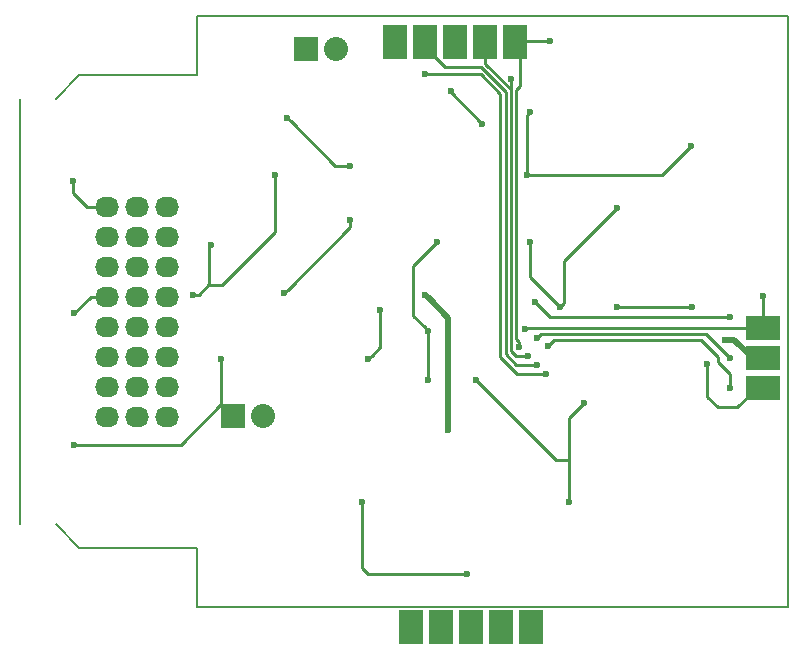
<source format=gbr>
G04 #@! TF.FileFunction,Copper,L2,Bot,Signal*
%FSLAX46Y46*%
G04 Gerber Fmt 4.6, Leading zero omitted, Abs format (unit mm)*
G04 Created by KiCad (PCBNEW 4.0.4+e1-6308~48~ubuntu16.04.1-stable) date Sat Dec 17 16:05:02 2016*
%MOMM*%
%LPD*%
G01*
G04 APERTURE LIST*
%ADD10C,0.100000*%
%ADD11C,0.150000*%
%ADD12O,2.032000X1.727200*%
%ADD13R,2.000000X3.000000*%
%ADD14R,3.000000X2.000000*%
%ADD15R,2.032000X2.032000*%
%ADD16O,2.032000X2.032000*%
%ADD17C,0.600000*%
%ADD18C,0.250000*%
%ADD19C,0.500000*%
G04 APERTURE END LIST*
D10*
D11*
X25000000Y-25000000D02*
X25000000Y25000000D01*
X-25000000Y-25000000D02*
X25000000Y-25000000D01*
X-25000000Y-20000000D02*
X-25000000Y-25000000D01*
X-35000000Y-20000000D02*
X-25000000Y-20000000D01*
X-37000000Y-18000000D02*
X-35000000Y-20000000D01*
X-40000000Y18000000D02*
X-40000000Y-18000000D01*
X-35000000Y20000000D02*
X-37000000Y18000000D01*
X-25000000Y20000000D02*
X-35000000Y20000000D01*
X-25000000Y25000000D02*
X-25000000Y20000000D01*
X25000000Y25000000D02*
X-25000000Y25000000D01*
D12*
X-32620000Y8890000D03*
X-32620000Y6350000D03*
X-32620000Y3810000D03*
X-32620000Y1270000D03*
X-32620000Y-1270000D03*
X-32620000Y-3810000D03*
X-32620000Y-6350000D03*
X-32620000Y-8890000D03*
X-30080000Y8890000D03*
X-30080000Y6350000D03*
X-30080000Y3810000D03*
X-30080000Y1270000D03*
X-30080000Y-1270000D03*
X-30080000Y-3810000D03*
X-30080000Y-6350000D03*
X-30080000Y-8890000D03*
X-27540000Y8890000D03*
X-27540000Y6350000D03*
X-27540000Y3810000D03*
X-27540000Y1270000D03*
X-27540000Y-1270000D03*
X-27540000Y-3810000D03*
X-27540000Y-6350000D03*
X-27540000Y-8890000D03*
D13*
X-8236000Y22865000D03*
X-5696000Y22865000D03*
X-3156000Y22865000D03*
X-616000Y22865000D03*
X1924000Y22865000D03*
D14*
X22865000Y-1397000D03*
X22865000Y-3937000D03*
X22865000Y-6477000D03*
D15*
X-15800000Y22200000D03*
D16*
X-13260000Y22200000D03*
D15*
X-22000000Y-8800000D03*
D16*
X-19460000Y-8800000D03*
D13*
X3280000Y-26665000D03*
X740000Y-26665000D03*
X-1800000Y-26665000D03*
X-4340000Y-26665000D03*
X-6880000Y-26665000D03*
D17*
X-5696000Y20084998D03*
X4499996Y-5250000D03*
X-5442000Y-1632002D03*
X-1378000Y-5823000D03*
X-5442000Y-5822996D03*
X3194002Y5861000D03*
X-4679998Y5861000D03*
X10560000Y400000D03*
X10560000Y8782000D03*
X-3537002Y18688000D03*
X-23857000Y5607000D03*
X-25381000Y1416004D03*
X-35541000Y11068000D03*
X-17634000Y1543000D03*
X16910000Y400000D03*
X7766000Y-7728000D03*
X18180000Y-4426000D03*
X-11030000Y-16110000D03*
X-2140000Y-22206000D03*
X6496000Y-16110000D03*
X3194000Y16910000D03*
X2940000Y11576000D03*
X5734000Y400000D03*
X-17380000Y16402000D03*
X-18396003Y11576000D03*
X-12046004Y7766000D03*
X-870000Y15894018D03*
X-12046000Y12338000D03*
X16783000Y13989000D03*
X-35414000Y-108000D03*
X-9506000Y146000D03*
X-35414000Y-11284000D03*
X-10522004Y-4045000D03*
X-22967994Y-4045000D03*
X-5696006Y1416000D03*
X-3750000Y-10000000D03*
X19704000Y-2394000D03*
X3600000Y800000D03*
X20084990Y-489000D03*
X20085000Y-6477000D03*
X4717996Y-2921000D03*
X3800000Y-2200000D03*
X20084994Y-3937000D03*
X2785872Y-1457069D03*
X22879000Y1289000D03*
X4845000Y22879000D03*
X2250000Y-3000000D03*
X1543000Y19704000D03*
X2999994Y-3750000D03*
X3750000Y-4500000D03*
D18*
X-996998Y20084998D02*
X-5696000Y20084998D01*
X654000Y18434000D02*
X-996998Y20084998D01*
X654000Y-3851824D02*
X654000Y18434000D01*
X2052176Y-5250000D02*
X654000Y-3851824D01*
X4499996Y-5250000D02*
X2052176Y-5250000D01*
X-6712000Y-362002D02*
X-5741999Y-1332003D01*
X-6712000Y3828998D02*
X-6712000Y-362002D01*
X-4679998Y5861000D02*
X-6712000Y3828998D01*
X-5741999Y-1332003D02*
X-5442000Y-1632002D01*
X-5442000Y-5822996D02*
X-5442000Y-1632002D01*
X6496000Y-12554000D02*
X5353000Y-12554000D01*
X-1078001Y-6122999D02*
X-1378000Y-5823000D01*
X5353000Y-12554000D02*
X-1078001Y-6122999D01*
X3194002Y5436736D02*
X3194002Y5861000D01*
X3194002Y2939998D02*
X3194002Y5436736D01*
X5734000Y400000D02*
X3194002Y2939998D01*
X-2140000Y-22206000D02*
X-10522000Y-22206000D01*
X-10522000Y-22206000D02*
X-11030000Y-21698000D01*
X-11030000Y-21698000D02*
X-11030000Y-16110000D01*
X10560000Y400000D02*
X16910000Y400000D01*
X6033999Y4255999D02*
X10560000Y8782000D01*
X5734000Y400000D02*
X6033999Y699999D01*
X6033999Y699999D02*
X6033999Y4255999D01*
X-3537002Y18561020D02*
X-3537002Y18688000D01*
X-870000Y15894018D02*
X-3537002Y18561020D01*
X22865000Y-6477000D02*
X22365000Y-6477000D01*
X18180000Y-7220000D02*
X18180000Y-4426000D01*
X22365000Y-6477000D02*
X20733000Y-8109000D01*
X20733000Y-8109000D02*
X19069000Y-8109000D01*
X19069000Y-8109000D02*
X18180000Y-7220000D01*
X-18396003Y11576000D02*
X-18396003Y6749997D01*
X-18396003Y6749997D02*
X-22876002Y2269998D01*
X-22876002Y2269998D02*
X-23984000Y2269998D01*
X-23984000Y2269998D02*
X-23984000Y5480000D01*
X-23984000Y5480000D02*
X-23857000Y5607000D01*
X-23984000Y2305000D02*
X-24872996Y1416004D01*
X-24872996Y1416004D02*
X-24956736Y1416004D01*
X-24956736Y1416004D02*
X-25381000Y1416004D01*
X-35541000Y11068000D02*
X-35541000Y10052000D01*
X-34379000Y8890000D02*
X-32620000Y8890000D01*
X-35541000Y10052000D02*
X-34379000Y8890000D01*
X-12046004Y7130996D02*
X-17334001Y1842999D01*
X-12046004Y7766000D02*
X-12046004Y7130996D01*
X-17334001Y1842999D02*
X-17634000Y1543000D01*
X7766000Y-7728000D02*
X6496000Y-8998000D01*
X6496000Y-8998000D02*
X6496000Y-12554000D01*
X6496000Y-12554000D02*
X6496000Y-16110000D01*
X2940000Y11576000D02*
X2940000Y16656000D01*
X2940000Y16656000D02*
X3194000Y16910000D01*
X3364264Y11576000D02*
X2940000Y11576000D01*
X14370000Y11576000D02*
X3364264Y11576000D01*
X16783000Y13989000D02*
X14370000Y11576000D01*
X-17080001Y16102001D02*
X-17380000Y16402000D01*
X-13316000Y12338000D02*
X-17080001Y16102001D01*
X-12046000Y12338000D02*
X-13316000Y12338000D01*
X-32620000Y8890000D02*
X-32467600Y8890000D01*
X-32620000Y1270000D02*
X-34036000Y1270000D01*
X-34036000Y1270000D02*
X-35414000Y-108000D01*
X-9506000Y146000D02*
X-9506000Y-3028996D01*
X-35414000Y-11284000D02*
X-26397000Y-11284000D01*
X-10222005Y-3745001D02*
X-10522004Y-4045000D01*
X-9506000Y-3028996D02*
X-10222005Y-3745001D01*
X-22967994Y-4469264D02*
X-22967994Y-4045000D01*
D19*
X-5396007Y1116001D02*
X-5696006Y1416000D01*
X-3750000Y-530006D02*
X-5396007Y1116001D01*
X-3750000Y-10000000D02*
X-3750000Y-530006D01*
X22009000Y-3937000D02*
X20466000Y-2394000D01*
X20466000Y-2394000D02*
X19704000Y-2394000D01*
X22865000Y-3937000D02*
X22009000Y-3937000D01*
D18*
X20084990Y-489000D02*
X4889000Y-489000D01*
X3899999Y500001D02*
X3600000Y800000D01*
X4889000Y-489000D02*
X3899999Y500001D01*
X4717996Y-2921000D02*
X5225996Y-2413000D01*
X5225996Y-2413000D02*
X17672000Y-2413000D01*
X17672000Y-2413000D02*
X19100000Y-3841000D01*
X19100000Y-3841000D02*
X19100000Y-4300000D01*
X19100000Y-4300000D02*
X20085000Y-5285000D01*
X20085000Y-5285000D02*
X20085000Y-6477000D01*
X4099999Y-1900001D02*
X3800000Y-2200000D01*
X18047995Y-1900001D02*
X4099999Y-1900001D01*
X20084994Y-3937000D02*
X18047995Y-1900001D01*
X2845941Y-1397000D02*
X2785872Y-1457069D01*
X22865000Y-1397000D02*
X2845941Y-1397000D01*
X22879000Y1289000D02*
X22879000Y-1383000D01*
X22879000Y-1383000D02*
X22865000Y-1397000D01*
X2250000Y-2575736D02*
X2250000Y-3000000D01*
X2004033Y-2329769D02*
X2250000Y-2575736D01*
X2305000Y19069000D02*
X2004033Y18768033D01*
X2305000Y22484000D02*
X2305000Y19069000D01*
X2004033Y18768033D02*
X2004033Y-2329769D01*
X1924000Y22865000D02*
X2305000Y22484000D01*
X4845000Y22879000D02*
X1938000Y22879000D01*
X1938000Y22879000D02*
X1924000Y22865000D01*
X-616000Y20976822D02*
X1554022Y18806800D01*
X-616000Y22865000D02*
X-616000Y20976822D01*
X1543000Y19704000D02*
X1543000Y18817822D01*
X1543000Y18817822D02*
X1554022Y18806800D01*
X2575730Y-3750000D02*
X2999994Y-3750000D01*
X1554022Y-3304022D02*
X2000000Y-3750000D01*
X1554022Y18806800D02*
X1554022Y-3304022D01*
X2000000Y-3750000D02*
X2575730Y-3750000D01*
X3325736Y-4500000D02*
X3750000Y-4500000D01*
X2000000Y-4500000D02*
X3325736Y-4500000D01*
X1104011Y-3604011D02*
X2000000Y-4500000D01*
X1104011Y18620400D02*
X1104011Y-3604011D01*
X-995589Y20720000D02*
X1104011Y18620400D01*
X-4051000Y20720000D02*
X-995589Y20720000D01*
X-5696000Y22365000D02*
X-4051000Y20720000D01*
X-5696000Y22865000D02*
X-5696000Y22365000D01*
X-22967994Y-7854994D02*
X-22967994Y-4469264D01*
X-26397000Y-11284000D02*
X-22967994Y-7854994D01*
M02*

</source>
